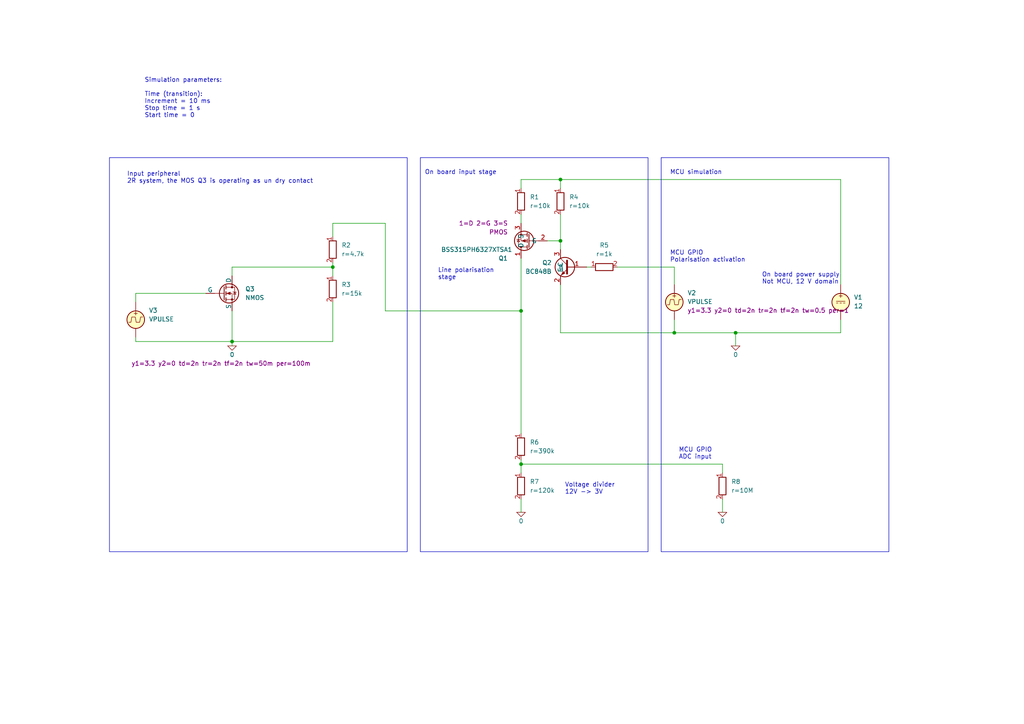
<source format=kicad_sch>
(kicad_sch (version 20230121) (generator eeschema)
  (paper "A4")
  (lib_symbols
    (symbol "Simulation_SPICE:0" (power) (pin_names (offset 0))
      (property "Value" "0" (at 0 -1.778 0))
      (symbol "0_0_1"
        (polyline (pts (xy -1.27 0) (xy 0 -1.27) (xy 1.27 0) (xy -1.27 0)))
      )
      (symbol "0_1_1"
        (pin power_in line (at 0 0 0) (length 0) hide (name "0") (number "1"))
      )
    )
    (symbol "Simulation_SPICE:NMOS" (pin_numbers hide) (pin_names (offset 0))
      (property "Reference" "Q" (at 5.08 1.27 0))
      (property "Value" "NMOS" (at 5.08 -1.27 0))
      (symbol "NMOS_0_1"
        (polyline (pts (xy 0.254 0) (xy -2.54 0)))
        (polyline (pts (xy 0.254 1.905) (xy 0.254 -1.905)) (stroke (width 0.254)))
        (polyline (pts (xy 0.762 -1.27) (xy 0.762 -2.286)) (stroke (width 0.254)))
        (polyline (pts (xy 0.762 0.508) (xy 0.762 -0.508)) (stroke (width 0.254)))
        (polyline (pts (xy 0.762 2.286) (xy 0.762 1.27)) (stroke (width 0.254)))
        (polyline (pts (xy 2.54 2.54) (xy 2.54 1.778)))
        (polyline (pts (xy 2.54 -2.54) (xy 2.54 0) (xy 0.762 0)))
        (polyline (pts (xy 0.762 -1.778) (xy 3.302 -1.778) (xy 3.302 1.778) (xy 0.762 1.778)))
        (polyline (pts (xy 1.016 0) (xy 2.032 0.381) (xy 2.032 -0.381) (xy 1.016 0)) (fill (type outline)))
        (polyline (pts (xy 2.794 0.508) (xy 2.921 0.381) (xy 3.683 0.381) (xy 3.81 0.254)))
        (polyline (pts (xy 3.302 0.381) (xy 2.921 -0.254) (xy 3.683 -0.254) (xy 3.302 0.381)))
        (circle (center 1.651 0) (radius 2.794) (stroke (width 0.254)))
        (circle (center 2.54 -1.778) (radius 0.254) (fill (type outline)))
        (circle (center 2.54 1.778) (radius 0.254) (fill (type outline)))
      )
      (symbol "NMOS_1_1"
        (pin passive line (at 2.54 5.08 270) (length 2.54) (name "D") (number "1"))
        (pin input line (at -5.08 0 0) (length 2.54) (name "G") (number "2"))
        (pin passive line (at 2.54 -5.08 90) (length 2.54) (name "S") (number "3"))
      )
    )
    (symbol "Simulation_SPICE:VDC" (pin_numbers hide) (pin_names (offset 0.0254))
      (property "Reference" "V" (at 2.54 2.54 0))
      (property "Value" "1" (at 2.54 0 0))
      (symbol "VDC_0_0"
        (polyline (pts (xy -1.27 0.254) (xy 1.27 0.254)))
        (polyline (pts (xy -0.762 -0.254) (xy -1.27 -0.254)))
        (polyline (pts (xy 0.254 -0.254) (xy -0.254 -0.254)))
        (polyline (pts (xy 1.27 -0.254) (xy 0.762 -0.254)))
        (text "+" (at 0 1.905 0) (effects (font (size 1.27 1.27))))
      )
      (symbol "VDC_0_1"
        (circle (center 0 0) (radius 2.54) (stroke (width 0.254)) (fill (type background)))
      )
      (symbol "VDC_1_1"
        (pin passive line (at 0 5.08 270) (length 2.54) (name "~") (number "1"))
        (pin passive line (at 0 -5.08 90) (length 2.54) (name "~") (number "2"))
      )
    )
    (symbol "Simulation_SPICE:VPULSE" (pin_numbers hide) (pin_names (offset 0.0254))
      (property "Reference" "V" (at 2.54 2.54 0))
      (property "Value" "VPULSE" (at 2.54 0 0))
      (property "Sim.Params" "y1=0 y2=1 td=2n tr=2n tf=2n tw=50n per=100n" (at 2.54 -2.54 0))
      (symbol "VPULSE_0_0"
        (polyline (pts (xy -2.032 -0.762) (xy -1.397 -0.762) (xy -1.143 0.762) (xy -0.127 0.762) (xy 0.127 -0.762) (xy 1.143 -0.762) (xy 1.397 0.762) (xy 2.032 0.762)))
        (text "+" (at 0 1.905 0) (effects (font (size 1.27 1.27))))
      )
      (symbol "VPULSE_0_1"
        (circle (center 0 0) (radius 2.54) (stroke (width 0.254)) (fill (type background)))
      )
      (symbol "VPULSE_1_1"
        (pin passive line (at 0 5.08 270) (length 2.54) (name "~") (number "1"))
        (pin passive line (at 0 -5.08 90) (length 2.54) (name "~") (number "2"))
      )
    )
    (symbol "p_Passive:R_0603" (pin_names (offset 0) hide)
      (property "Reference" "R" (at 0 0 0))
      (property "Value" "R_0603" (at 0 0 0))
      (symbol "R_0603_1_1"
        (rectangle (start -1.016 -2.54) (end 1.016 2.54) (stroke (width 0.254)))
        (pin passive line (at 0 3.81 270) (length 1.27) (name "~") (number "1"))
        (pin passive line (at 0 -3.81 90) (length 1.27) (name "~") (number "2"))
      )
    )
    (symbol "p_Transistor_FET:BSS315PH6327XTSA1"
      (property "Reference" "Q" (at 3.81 3.81 0))
      (property "Value" "BSS315PH6327XTSA1" (at 11.43 -3.81 0))
      (property "Sim.Name" "BSS314PE" (at 0 0 0))
      (property "Sim.Device" "SUBCKT" (at 0 0 0))
      (property "Sim.Pins" "1=drain 2=gate 3=source" (at 0 0 0))
      (symbol "BSS315PH6327XTSA1_0_1"
        (circle (center -0.889 0) (radius 2.794) (stroke (width 0.254)))
        (circle (center 0 -1.778) (radius 0.254) (fill (type outline)))
        (polyline (pts (xy -2.286 0) (xy -5.08 0)))
        (polyline (pts (xy -2.286 1.905) (xy -2.286 -1.905)) (stroke (width 0.254)))
        (polyline (pts (xy -1.778 -1.27) (xy -1.778 -2.286)) (stroke (width 0.254)))
        (polyline (pts (xy -1.778 0.508) (xy -1.778 -0.508)) (stroke (width 0.254)))
        (polyline (pts (xy -1.778 2.286) (xy -1.778 1.27)) (stroke (width 0.254)))
        (polyline (pts (xy 0 2.54) (xy 0 1.778)))
        (polyline (pts (xy 0 -2.54) (xy 0 0) (xy -1.778 0)))
        (polyline (pts (xy -1.778 1.778) (xy 0.762 1.778) (xy 0.762 -1.778) (xy -1.778 -1.778)))
        (polyline (pts (xy -0.254 0) (xy -1.27 0.381) (xy -1.27 -0.381) (xy -0.254 0)) (fill (type outline)))
        (polyline (pts (xy 0.254 -0.508) (xy 0.381 -0.381) (xy 1.143 -0.381) (xy 1.27 -0.254)))
        (polyline (pts (xy 0.762 -0.381) (xy 0.381 0.254) (xy 1.143 0.254) (xy 0.762 -0.381)))
        (circle (center 0 1.778) (radius 0.254) (fill (type outline)))
      )
      (symbol "BSS315PH6327XTSA1_1_1"
        (pin passive line (at 0 5.08 270) (length 2.54) (name "D") (number "1"))
        (pin input line (at -7.62 0 0) (length 2.54) (name "G") (number "2"))
        (pin passive line (at 0 -5.08 90) (length 2.54) (name "S") (number "3"))
      )
    )
    (symbol "p_Transistor_bipolar:BC848B" (pin_names (offset 1.016))
      (property "Reference" "Q" (at 0 -7.62 0))
      (property "Value" "BC848B" (at -5.08 -6.35 0))
      (symbol "BC848B_1_1"
        (circle (center -1.27 0) (radius 2.8194) (stroke (width 0.254)))
        (polyline (pts (xy -1.905 0.635) (xy 0 2.54)))
        (polyline (pts (xy -1.905 -0.635) (xy 0 -2.54) (xy 0 -2.54)))
        (polyline (pts (xy -1.905 1.905) (xy -1.905 -1.905) (xy -1.905 -1.905)) (stroke (width 0.508)))
        (polyline (pts (xy -1.27 -1.778) (xy -0.762 -1.27) (xy -0.254 -2.286) (xy -1.27 -1.778) (xy -1.27 -1.778)) (fill (type outline)))
        (pin passive line (at -7.62 0 0) (length 5.715) (name "B") (number "1"))
        (pin passive line (at 0 -5.08 90) (length 2.54) (name "E") (number "2"))
        (pin passive line (at 0 5.08 270) (length 2.54) (name "C") (number "3"))
      )
    )
  )
  (junction (at 67.31 99.06))
  (junction (at 151.13 90.17))
  (junction (at 162.56 69.85))
  (junction (at 96.52 77.47))
  (junction (at 213.36 96.52))
  (junction (at 195.58 96.52))
  (junction (at 151.13 134.62))
  (junction (at 162.56 52.07))
  (wire (pts (xy 151.13 62.23) (xy 151.13 64.77)))
  (wire (pts (xy 96.52 77.47) (xy 96.52 80.01)))
  (wire (pts (xy 111.76 64.77) (xy 111.76 90.17)))
  (wire (pts (xy 39.37 85.09) (xy 59.69 85.09)))
  (wire (pts (xy 67.31 90.17) (xy 67.31 99.06)))
  (wire (pts (xy 96.52 87.63) (xy 96.52 99.06)))
  (wire (pts (xy 209.55 144.78) (xy 209.55 148.59)))
  (wire (pts (xy 111.76 90.17) (xy 151.13 90.17)))
  (wire (pts (xy 151.13 134.62) (xy 209.55 134.62)))
  (wire (pts (xy 162.56 62.23) (xy 162.56 69.85)))
  (wire (pts (xy 67.31 99.06) (xy 67.31 100.33)))
  (wire (pts (xy 39.37 99.06) (xy 67.31 99.06)))
  (wire (pts (xy 151.13 144.78) (xy 151.13 148.59)))
  (wire (pts (xy 170.18 77.47) (xy 171.45 77.47)))
  (wire (pts (xy 243.84 96.52) (xy 243.84 92.71)))
  (wire (pts (xy 195.58 96.52) (xy 213.36 96.52)))
  (wire (pts (xy 96.52 76.2) (xy 96.52 77.47)))
  (wire (pts (xy 39.37 87.63) (xy 39.37 85.09)))
  (wire (pts (xy 162.56 52.07) (xy 243.84 52.07)))
  (wire (pts (xy 179.07 77.47) (xy 195.58 77.47)))
  (wire (pts (xy 195.58 92.71) (xy 195.58 96.52)))
  (wire (pts (xy 67.31 99.06) (xy 96.52 99.06)))
  (wire (pts (xy 213.36 96.52) (xy 213.36 100.33)))
  (wire (pts (xy 243.84 52.07) (xy 243.84 82.55)))
  (wire (pts (xy 151.13 133.35) (xy 151.13 134.62)))
  (wire (pts (xy 151.13 134.62) (xy 151.13 137.16)))
  (wire (pts (xy 39.37 97.79) (xy 39.37 99.06)))
  (wire (pts (xy 162.56 96.52) (xy 195.58 96.52)))
  (wire (pts (xy 96.52 64.77) (xy 111.76 64.77)))
  (wire (pts (xy 209.55 134.62) (xy 209.55 137.16)))
  (wire (pts (xy 162.56 82.55) (xy 162.56 96.52)))
  (wire (pts (xy 195.58 77.47) (xy 195.58 82.55)))
  (wire (pts (xy 151.13 52.07) (xy 151.13 54.61)))
  (wire (pts (xy 67.31 77.47) (xy 96.52 77.47)))
  (wire (pts (xy 151.13 90.17) (xy 151.13 125.73)))
  (wire (pts (xy 151.13 52.07) (xy 162.56 52.07)))
  (wire (pts (xy 162.56 69.85) (xy 162.56 72.39)))
  (wire (pts (xy 96.52 64.77) (xy 96.52 68.58)))
  (wire (pts (xy 162.56 69.85) (xy 158.75 69.85)))
  (wire (pts (xy 162.56 52.07) (xy 162.56 54.61)))
  (wire (pts (xy 151.13 74.93) (xy 151.13 90.17)))
  (wire (pts (xy 67.31 80.01) (xy 67.31 77.47)))
  (wire (pts (xy 213.36 96.52) (xy 243.84 96.52)))
  (rectangle (start 31.75 45.72) (end 118.11 160.02))
  (rectangle (start 121.92 45.72) (end 187.96 160.02))
  (rectangle (start 191.77 45.72) (end 257.81 160.02))
  (text "MCU simulation" (at 194.31 50.8 0) (effects (font (size 1.27 1.27)) (justify left bottom)))
  (text "Line polarisation\nstage" (at 127 81.28 0) (effects (font (size 1.27 1.27)) (justify left bottom)))
  (text "Simulation parameters:\n\nTime (transition):\nIncrement = 10 ms\nStop time = 1 s\nStart time = 0" (at 41.91 34.29 0) (effects (font (size 1.27 1.27)) (justify left bottom)))
  (text "Voltage divider\n12V -> 3V" (at 163.83 143.51 0) (effects (font (size 1.27 1.27)) (justify left bottom)))
  (text "On board input stage" (at 123.19 50.8 0) (effects (font (size 1.27 1.27)) (justify left bottom)))
  (text "MCU GPIO\nPolarisation activation" (at 194.31 76.2 0) (effects (font (size 1.27 1.27)) (justify left bottom)))
  (text "Input peripheral\n2R system, the MOS Q3 is operating as un dry contact" (at 36.83 53.34 0) (effects (font (size 1.27 1.27)) (justify left bottom)))
  (text "MCU GPIO\nADC input" (at 196.85 133.35 0) (effects (font (size 1.27 1.27)) (justify left bottom)))
  (text "On board power supply\nNot MCU, 12 V domain" (at 220.98 82.55 0) (effects (font (size 1.27 1.27)) (justify left bottom)))
  (symbol (lib_id "p_Passive:R_0603") (at 151.13 140.97 0) (unit 1)
    (property "Reference" "R7" (at 153.67 139.7 0) (effects (justify left)))
    (property "Value" "${SIM.PARAMS}" (at 153.67 142.24 0) (effects (justify left)))
    (property "Footprint" "p_Package_Resistor_SMD:R_0603_1608Metric_Pad0.98x0.95mm_HandSolder" (effects hide))
    (property "Sim.Device" "R" (effects hide))
    (property "Sim.Type" "=" (effects hide))
    (property "Sim.Params" "r=120k" (effects hide))
    (property "Sim.Pins" "1=+ 2=-" (effects hide))
  )
  (symbol (lib_id "p_Passive:R_0603") (at 151.13 58.42 0) (unit 1)
    (property "Reference" "R1" (at 153.67 57.15 0) (effects (justify left)))
    (property "Value" "${SIM.PARAMS}" (at 153.67 59.69 0) (effects (justify left)))
    (property "Footprint" "p_Package_Resistor_SMD:R_0603_1608Metric_Pad0.98x0.95mm_HandSolder" (effects hide))
    (property "Sim.Device" "R" (effects hide))
    (property "Sim.Type" "=" (effects hide))
    (property "Sim.Params" "r=10k" (effects hide))
    (property "Sim.Pins" "1=+ 2=-" (effects hide))
  )
  (symbol (lib_id "Simulation_SPICE:VPULSE") (at 39.37 92.71 0) (unit 1)
    (property "Reference" "V3" (at 43.18 90.0402 0) (effects (justify left)))
    (property "Value" "VPULSE" (at 43.18 92.5802 0) (effects (justify left)))
    (property "Sim.Pins" "1=+ 2=-" (effects hide))
    (property "Sim.Type" "PULSE" (effects hide))
    (property "Sim.Device" "V" (effects hide))
    (property "Sim.Params" "y1=3.3 y2=0 td=2n tr=2n tf=2n tw=50m per=100m" (at 38.1 105.41 0) (effects (justify left)))
  )
  (symbol (lib_id "Simulation_SPICE:0") (at 151.13 148.59 0) (unit 1)
    (property "Reference" "#GND03" (effects hide))
    (property "Value" "0" (at 151.13 151.13 0))
  )
  (symbol (lib_id "Simulation_SPICE:0") (at 67.31 100.33 0) (unit 1)
    (property "Reference" "#GND02" (effects hide))
    (property "Value" "0" (at 67.31 102.87 0))
  )
  (symbol (lib_id "p_Passive:R_0603") (at 175.26 77.47 90) (unit 1)
    (property "Reference" "R5" (at 175.26 71.12 90))
    (property "Value" "${SIM.PARAMS}" (at 175.26 73.66 90))
    (property "Footprint" "p_Package_Resistor_SMD:R_0603_1608Metric_Pad0.98x0.95mm_HandSolder" (effects hide))
    (property "Sim.Device" "R" (effects hide))
    (property "Sim.Type" "=" (effects hide))
    (property "Sim.Params" "r=1k" (effects hide))
    (property "Sim.Pins" "1=+ 2=-" (effects hide))
  )
  (symbol (lib_id "Simulation_SPICE:VDC") (at 243.84 87.63 0) (unit 1)
    (property "Reference" "V1" (at 247.65 86.2302 0) (effects (justify left)))
    (property "Value" "12" (at 247.65 88.7702 0) (effects (justify left)))
    (property "Sim.Pins" "1=+ 2=-" (effects hide))
    (property "Sim.Type" "DC" (effects hide))
    (property "Sim.Device" "V" (effects hide))
  )
  (symbol (lib_id "p_Transistor_FET:BSS315PH6327XTSA1") (at 151.13 69.85 180) (unit 1)
    (property "Reference" "Q1" (at 147.32 74.93 0) (effects (justify left)))
    (property "Value" "BSS315PH6327XTSA1" (at 148.59 72.39 0) (effects (justify left)))
    (property "Footprint" "p_Package_SOT:SOT-23" (effects hide))
    (property "Datasheet" "${KI_PERSO_COMPLIB}/datasheets/p_Transistor_FET/BSS315P.pdf" (effects hide))
    (property "Sim.Device" "PMOS" (at 147.32 67.31 0) (effects (justify left)))
    (property "Sim.Pins" "1=D 2=G 3=S" (at 147.32 64.77 0) (effects (justify left)))
    (property "Sim.Type" "VDMOS" (effects hide))
  )
  (symbol (lib_id "Simulation_SPICE:0") (at 209.55 148.59 0) (unit 1)
    (property "Reference" "#GND04" (effects hide))
    (property "Value" "0" (at 209.55 151.13 0))
  )
  (symbol (lib_id "p_Passive:R_0603") (at 209.55 140.97 0) (unit 1)
    (property "Reference" "R8" (at 212.09 139.7 0) (effects (justify left)))
    (property "Value" "${SIM.PARAMS}" (at 212.09 142.24 0) (effects (justify left)))
    (property "Footprint" "p_Package_Resistor_SMD:R_0603_1608Metric_Pad0.98x0.95mm_HandSolder" (effects hide))
    (property "Sim.Device" "R" (effects hide))
    (property "Sim.Type" "=" (effects hide))
    (property "Sim.Params" "r=10M" (effects hide))
    (property "Sim.Pins" "1=+ 2=-" (effects hide))
  )
  (symbol (lib_id "Simulation_SPICE:NMOS") (at 64.77 85.09 0) (unit 1)
    (property "Reference" "Q3" (at 71.12 83.82 0) (effects (justify left)))
    (property "Value" "NMOS" (at 71.12 86.36 0) (effects (justify left)))
    (property "Datasheet" "https://ngspice.sourceforge.io/docs/ngspice-manual.pdf" (effects hide))
    (property "Sim.Device" "NMOS" (effects hide))
    (property "Sim.Type" "VDMOS" (effects hide))
    (property "Sim.Pins" "1=D 2=G 3=S" (effects hide))
  )
  (symbol (lib_id "p_Passive:R_0603") (at 151.13 129.54 0) (unit 1)
    (property "Reference" "R6" (at 153.67 128.27 0) (effects (justify left)))
    (property "Value" "${SIM.PARAMS}" (at 153.67 130.81 0) (effects (justify left)))
    (property "Footprint" "p_Package_Resistor_SMD:R_0603_1608Metric_Pad0.98x0.95mm_HandSolder" (effects hide))
    (property "Sim.Device" "R" (effects hide))
    (property "Sim.Type" "=" (effects hide))
    (property "Sim.Params" "r=390k" (effects hide))
    (property "Sim.Pins" "1=+ 2=-" (effects hide))
  )
  (symbol (lib_id "p_Transistor_bipolar:BC848B") (at 162.56 77.47 0) (mirror y) (unit 1)
    (property "Reference" "Q2" (at 160.02 76.2 0) (effects (justify left)))
    (property "Value" "BC848B" (at 160.02 78.74 0) (effects (justify left)))
    (property "Footprint" "p_Package_SOT:SOT-23" (effects hide))
    (property "Datasheet" "${KI_PERSO_COMPLIB}/datasheets/p_Transistor_bipolar/BC848.pdf" (effects hide))
    (property "Sim.Device" "NPN" (effects hide))
    (property "Sim.Type" "VBIC" (effects hide))
    (property "Sim.Pins" "1=B 2=E 3=C" (effects hide))
  )
  (symbol (lib_id "p_Passive:R_0603") (at 96.52 83.82 0) (unit 1)
    (property "Reference" "R3" (at 99.06 82.55 0) (effects (justify left)))
    (property "Value" "${SIM.PARAMS}" (at 99.06 85.09 0) (effects (justify left)))
    (property "Footprint" "p_Package_Resistor_SMD:R_0603_1608Metric_Pad0.98x0.95mm_HandSolder" (effects hide))
    (property "Sim.Device" "R" (effects hide))
    (property "Sim.Type" "=" (effects hide))
    (property "Sim.Params" "r=15k" (effects hide))
    (property "Sim.Pins" "1=+ 2=-" (effects hide))
  )
  (symbol (lib_id "p_Passive:R_0603") (at 96.52 72.39 0) (unit 1)
    (property "Reference" "R2" (at 99.06 71.12 0) (effects (justify left)))
    (property "Value" "${SIM.PARAMS}" (at 99.06 73.66 0) (effects (justify left)))
    (property "Footprint" "p_Package_Resistor_SMD:R_0603_1608Metric_Pad0.98x0.95mm_HandSolder" (effects hide))
    (property "Sim.Device" "R" (effects hide))
    (property "Sim.Type" "=" (effects hide))
    (property "Sim.Params" "r=4.7k" (effects hide))
    (property "Sim.Pins" "1=+ 2=-" (effects hide))
  )
  (symbol (lib_id "Simulation_SPICE:VPULSE") (at 195.58 87.63 0) (unit 1)
    (property "Reference" "V2" (at 199.39 84.9602 0) (effects (justify left)))
    (property "Value" "VPULSE" (at 199.39 87.5002 0) (effects (justify left)))
    (property "Sim.Pins" "1=+ 2=-" (effects hide))
    (property "Sim.Type" "PULSE" (effects hide))
    (property "Sim.Device" "V" (effects hide))
    (property "Sim.Params" "y1=3.3 y2=0 td=2n tr=2n tf=2n tw=0.5 per=1" (at 199.39 90.0402 0) (effects (justify left)))
  )
  (symbol (lib_id "p_Passive:R_0603") (at 162.56 58.42 0) (unit 1)
    (property "Reference" "R4" (at 165.1 57.15 0) (effects (justify left)))
    (property "Value" "${SIM.PARAMS}" (at 165.1 59.69 0) (effects (justify left)))
    (property "Footprint" "p_Package_Resistor_SMD:R_0603_1608Metric_Pad0.98x0.95mm_HandSolder" (effects hide))
    (property "Sim.Device" "R" (effects hide))
    (property "Sim.Type" "=" (effects hide))
    (property "Sim.Params" "r=10k" (effects hide))
    (property "Sim.Pins" "1=+ 2=-" (effects hide))
  )
  (symbol (lib_id "Simulation_SPICE:0") (at 213.36 100.33 0) (unit 1)
    (property "Reference" "#GND01" (effects hide))
    (property "Value" "0" (at 213.36 102.87 0))
  )
)
</source>
